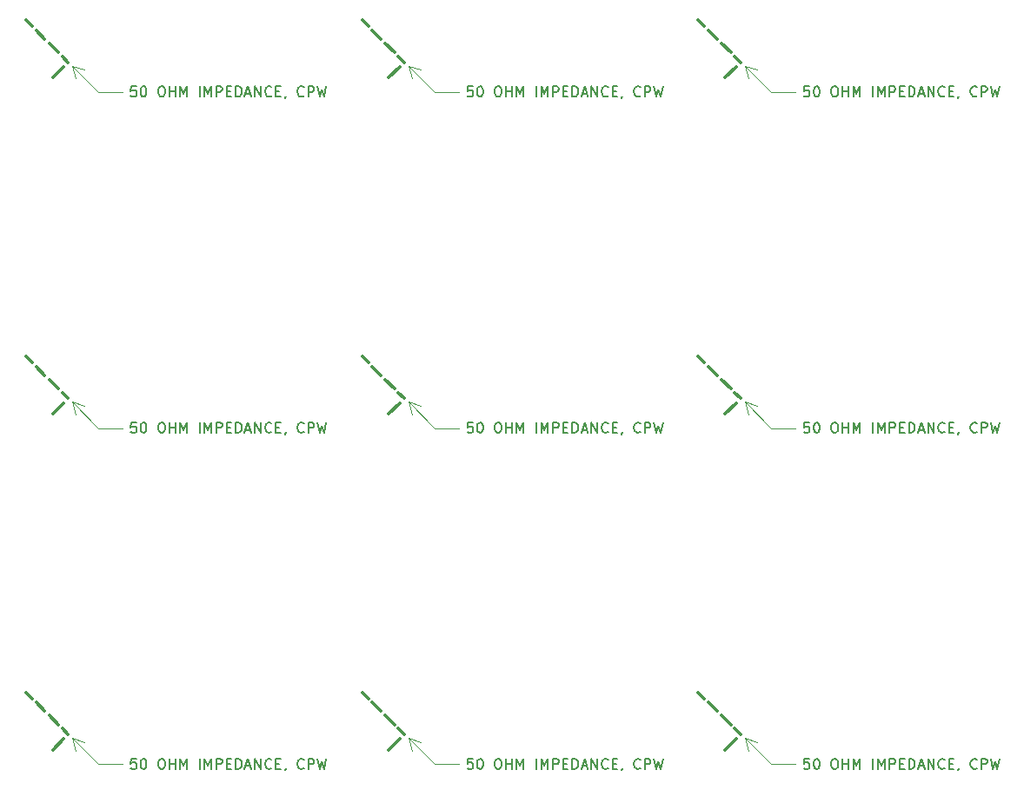
<source format=gbr>
%TF.GenerationSoftware,KiCad,Pcbnew,9.0.0-rc2-3baa6cd791~182~ubuntu24.04.1*%
%TF.CreationDate,2025-01-31T11:47:19-05:00*%
%TF.ProjectId,PCA20073_nRF54L15_Tiny_Board,50434132-3030-4373-935f-6e524635344c,rev?*%
%TF.SameCoordinates,Original*%
%TF.FileFunction,Other,User*%
%FSLAX45Y45*%
G04 Gerber Fmt 4.5, Leading zero omitted, Abs format (unit mm)*
G04 Created by KiCad (PCBNEW 9.0.0-rc2-3baa6cd791~182~ubuntu24.04.1) date 2025-01-31 11:47:19*
%MOMM*%
%LPD*%
G01*
G04 APERTURE LIST*
%ADD10C,0.300000*%
%ADD11C,0.150000*%
%ADD12C,0.100000*%
G04 APERTURE END LIST*
D10*
X12160611Y-5006924D02*
X12244756Y-5091069D01*
X15336489Y-4906515D02*
X15395886Y-4965912D01*
X12415876Y-11810522D02*
X12472445Y-11867091D01*
X18710358Y-5006924D02*
X18794504Y-5091069D01*
X18838345Y-8408370D02*
X18925319Y-8495344D01*
X15336489Y-8181388D02*
X15395886Y-8240785D01*
X12288597Y-5133496D02*
X12375571Y-5220470D01*
X15690750Y-5260775D02*
X15747319Y-5317344D01*
X18965624Y-11810522D02*
X19022192Y-11867091D01*
X15690750Y-8535649D02*
X15747319Y-8592217D01*
X18838345Y-5133496D02*
X18925319Y-5220470D01*
X15435484Y-8281797D02*
X15519630Y-8365943D01*
X15702771Y-5361891D02*
X15597412Y-5467250D01*
X12415876Y-5260775D02*
X12472445Y-5317344D01*
X12160611Y-11556671D02*
X12244756Y-11640817D01*
X15563471Y-5133496D02*
X15650445Y-5220470D01*
X15336489Y-11456262D02*
X15395886Y-11515659D01*
X18611363Y-11456262D02*
X18670760Y-11515659D01*
X18977645Y-5361891D02*
X18872286Y-5467250D01*
X18977645Y-11911639D02*
X18872286Y-12016998D01*
X12415876Y-8535649D02*
X12472445Y-8592217D01*
X12061616Y-11456262D02*
X12121013Y-11515659D01*
X15690750Y-11810522D02*
X15747319Y-11867091D01*
X18977645Y-8636765D02*
X18872286Y-8742124D01*
X12427897Y-11911639D02*
X12322538Y-12016998D01*
X12427897Y-5361891D02*
X12322538Y-5467250D01*
X18710358Y-11556671D02*
X18794504Y-11640817D01*
X12061616Y-4906515D02*
X12121013Y-4965912D01*
X12427897Y-8636765D02*
X12322538Y-8742124D01*
X15702771Y-11911639D02*
X15597412Y-12016998D01*
X15435484Y-11556671D02*
X15519630Y-11640817D01*
X18965624Y-8535649D02*
X19022192Y-8592217D01*
X18838345Y-11683243D02*
X18925319Y-11770217D01*
X15563471Y-11683243D02*
X15650445Y-11770217D01*
X18611363Y-8181388D02*
X18670760Y-8240785D01*
X12061616Y-8181388D02*
X12121013Y-8240785D01*
X15435484Y-5006924D02*
X15519630Y-5091069D01*
X15702771Y-8636765D02*
X15597412Y-8742124D01*
X18710358Y-8281797D02*
X18794504Y-8365943D01*
X12160611Y-8281797D02*
X12244756Y-8365943D01*
X18965624Y-5260775D02*
X19022192Y-5317344D01*
X12288597Y-8408370D02*
X12375571Y-8495344D01*
X15563471Y-8408370D02*
X15650445Y-8495344D01*
X18611363Y-4906515D02*
X18670760Y-4965912D01*
X12288597Y-11683243D02*
X12375571Y-11770217D01*
D11*
X16412802Y-5553102D02*
X16365183Y-5553102D01*
X16365183Y-5553102D02*
X16360422Y-5600721D01*
X16360422Y-5600721D02*
X16365183Y-5595959D01*
X16365183Y-5595959D02*
X16374707Y-5591197D01*
X16374707Y-5591197D02*
X16398517Y-5591197D01*
X16398517Y-5591197D02*
X16408041Y-5595959D01*
X16408041Y-5595959D02*
X16412802Y-5600721D01*
X16412802Y-5600721D02*
X16417564Y-5610245D01*
X16417564Y-5610245D02*
X16417564Y-5634054D01*
X16417564Y-5634054D02*
X16412802Y-5643578D01*
X16412802Y-5643578D02*
X16408041Y-5648340D01*
X16408041Y-5648340D02*
X16398517Y-5653102D01*
X16398517Y-5653102D02*
X16374707Y-5653102D01*
X16374707Y-5653102D02*
X16365183Y-5648340D01*
X16365183Y-5648340D02*
X16360422Y-5643578D01*
X16479469Y-5553102D02*
X16488993Y-5553102D01*
X16488993Y-5553102D02*
X16498517Y-5557864D01*
X16498517Y-5557864D02*
X16503279Y-5562626D01*
X16503279Y-5562626D02*
X16508041Y-5572150D01*
X16508041Y-5572150D02*
X16512802Y-5591197D01*
X16512802Y-5591197D02*
X16512802Y-5615007D01*
X16512802Y-5615007D02*
X16508041Y-5634054D01*
X16508041Y-5634054D02*
X16503279Y-5643578D01*
X16503279Y-5643578D02*
X16498517Y-5648340D01*
X16498517Y-5648340D02*
X16488993Y-5653102D01*
X16488993Y-5653102D02*
X16479469Y-5653102D01*
X16479469Y-5653102D02*
X16469945Y-5648340D01*
X16469945Y-5648340D02*
X16465183Y-5643578D01*
X16465183Y-5643578D02*
X16460422Y-5634054D01*
X16460422Y-5634054D02*
X16455660Y-5615007D01*
X16455660Y-5615007D02*
X16455660Y-5591197D01*
X16455660Y-5591197D02*
X16460422Y-5572150D01*
X16460422Y-5572150D02*
X16465183Y-5562626D01*
X16465183Y-5562626D02*
X16469945Y-5557864D01*
X16469945Y-5557864D02*
X16479469Y-5553102D01*
X16650898Y-5553102D02*
X16669945Y-5553102D01*
X16669945Y-5553102D02*
X16679469Y-5557864D01*
X16679469Y-5557864D02*
X16688993Y-5567388D01*
X16688993Y-5567388D02*
X16693755Y-5586435D01*
X16693755Y-5586435D02*
X16693755Y-5619769D01*
X16693755Y-5619769D02*
X16688993Y-5638816D01*
X16688993Y-5638816D02*
X16679469Y-5648340D01*
X16679469Y-5648340D02*
X16669945Y-5653102D01*
X16669945Y-5653102D02*
X16650898Y-5653102D01*
X16650898Y-5653102D02*
X16641374Y-5648340D01*
X16641374Y-5648340D02*
X16631850Y-5638816D01*
X16631850Y-5638816D02*
X16627088Y-5619769D01*
X16627088Y-5619769D02*
X16627088Y-5586435D01*
X16627088Y-5586435D02*
X16631850Y-5567388D01*
X16631850Y-5567388D02*
X16641374Y-5557864D01*
X16641374Y-5557864D02*
X16650898Y-5553102D01*
X16736612Y-5653102D02*
X16736612Y-5553102D01*
X16736612Y-5600721D02*
X16793755Y-5600721D01*
X16793755Y-5653102D02*
X16793755Y-5553102D01*
X16841374Y-5653102D02*
X16841374Y-5553102D01*
X16841374Y-5553102D02*
X16874707Y-5624531D01*
X16874707Y-5624531D02*
X16908041Y-5553102D01*
X16908041Y-5553102D02*
X16908041Y-5653102D01*
X17031850Y-5653102D02*
X17031850Y-5553102D01*
X17079469Y-5653102D02*
X17079469Y-5553102D01*
X17079469Y-5553102D02*
X17112803Y-5624531D01*
X17112803Y-5624531D02*
X17146136Y-5553102D01*
X17146136Y-5553102D02*
X17146136Y-5653102D01*
X17193755Y-5653102D02*
X17193755Y-5553102D01*
X17193755Y-5553102D02*
X17231850Y-5553102D01*
X17231850Y-5553102D02*
X17241374Y-5557864D01*
X17241374Y-5557864D02*
X17246136Y-5562626D01*
X17246136Y-5562626D02*
X17250898Y-5572150D01*
X17250898Y-5572150D02*
X17250898Y-5586435D01*
X17250898Y-5586435D02*
X17246136Y-5595959D01*
X17246136Y-5595959D02*
X17241374Y-5600721D01*
X17241374Y-5600721D02*
X17231850Y-5605483D01*
X17231850Y-5605483D02*
X17193755Y-5605483D01*
X17293755Y-5600721D02*
X17327088Y-5600721D01*
X17341374Y-5653102D02*
X17293755Y-5653102D01*
X17293755Y-5653102D02*
X17293755Y-5553102D01*
X17293755Y-5553102D02*
X17341374Y-5553102D01*
X17384231Y-5653102D02*
X17384231Y-5553102D01*
X17384231Y-5553102D02*
X17408041Y-5553102D01*
X17408041Y-5553102D02*
X17422326Y-5557864D01*
X17422326Y-5557864D02*
X17431850Y-5567388D01*
X17431850Y-5567388D02*
X17436612Y-5576912D01*
X17436612Y-5576912D02*
X17441374Y-5595959D01*
X17441374Y-5595959D02*
X17441374Y-5610245D01*
X17441374Y-5610245D02*
X17436612Y-5629292D01*
X17436612Y-5629292D02*
X17431850Y-5638816D01*
X17431850Y-5638816D02*
X17422326Y-5648340D01*
X17422326Y-5648340D02*
X17408041Y-5653102D01*
X17408041Y-5653102D02*
X17384231Y-5653102D01*
X17479469Y-5624531D02*
X17527088Y-5624531D01*
X17469945Y-5653102D02*
X17503279Y-5553102D01*
X17503279Y-5553102D02*
X17536612Y-5653102D01*
X17569945Y-5653102D02*
X17569945Y-5553102D01*
X17569945Y-5553102D02*
X17627088Y-5653102D01*
X17627088Y-5653102D02*
X17627088Y-5553102D01*
X17731850Y-5643578D02*
X17727088Y-5648340D01*
X17727088Y-5648340D02*
X17712803Y-5653102D01*
X17712803Y-5653102D02*
X17703279Y-5653102D01*
X17703279Y-5653102D02*
X17688993Y-5648340D01*
X17688993Y-5648340D02*
X17679469Y-5638816D01*
X17679469Y-5638816D02*
X17674707Y-5629292D01*
X17674707Y-5629292D02*
X17669945Y-5610245D01*
X17669945Y-5610245D02*
X17669945Y-5595959D01*
X17669945Y-5595959D02*
X17674707Y-5576912D01*
X17674707Y-5576912D02*
X17679469Y-5567388D01*
X17679469Y-5567388D02*
X17688993Y-5557864D01*
X17688993Y-5557864D02*
X17703279Y-5553102D01*
X17703279Y-5553102D02*
X17712803Y-5553102D01*
X17712803Y-5553102D02*
X17727088Y-5557864D01*
X17727088Y-5557864D02*
X17731850Y-5562626D01*
X17774707Y-5600721D02*
X17808041Y-5600721D01*
X17822326Y-5653102D02*
X17774707Y-5653102D01*
X17774707Y-5653102D02*
X17774707Y-5553102D01*
X17774707Y-5553102D02*
X17822326Y-5553102D01*
X17869945Y-5648340D02*
X17869945Y-5653102D01*
X17869945Y-5653102D02*
X17865184Y-5662626D01*
X17865184Y-5662626D02*
X17860422Y-5667388D01*
X18046136Y-5643578D02*
X18041374Y-5648340D01*
X18041374Y-5648340D02*
X18027088Y-5653102D01*
X18027088Y-5653102D02*
X18017564Y-5653102D01*
X18017564Y-5653102D02*
X18003279Y-5648340D01*
X18003279Y-5648340D02*
X17993755Y-5638816D01*
X17993755Y-5638816D02*
X17988993Y-5629292D01*
X17988993Y-5629292D02*
X17984231Y-5610245D01*
X17984231Y-5610245D02*
X17984231Y-5595959D01*
X17984231Y-5595959D02*
X17988993Y-5576912D01*
X17988993Y-5576912D02*
X17993755Y-5567388D01*
X17993755Y-5567388D02*
X18003279Y-5557864D01*
X18003279Y-5557864D02*
X18017564Y-5553102D01*
X18017564Y-5553102D02*
X18027088Y-5553102D01*
X18027088Y-5553102D02*
X18041374Y-5557864D01*
X18041374Y-5557864D02*
X18046136Y-5562626D01*
X18088993Y-5653102D02*
X18088993Y-5553102D01*
X18088993Y-5553102D02*
X18127088Y-5553102D01*
X18127088Y-5553102D02*
X18136612Y-5557864D01*
X18136612Y-5557864D02*
X18141374Y-5562626D01*
X18141374Y-5562626D02*
X18146136Y-5572150D01*
X18146136Y-5572150D02*
X18146136Y-5586435D01*
X18146136Y-5586435D02*
X18141374Y-5595959D01*
X18141374Y-5595959D02*
X18136612Y-5600721D01*
X18136612Y-5600721D02*
X18127088Y-5605483D01*
X18127088Y-5605483D02*
X18088993Y-5605483D01*
X18179469Y-5553102D02*
X18203279Y-5653102D01*
X18203279Y-5653102D02*
X18222326Y-5581674D01*
X18222326Y-5581674D02*
X18241374Y-5653102D01*
X18241374Y-5653102D02*
X18265184Y-5553102D01*
D12*
X15785500Y-5352699D02*
X16040422Y-5607620D01*
X15785500Y-5352699D02*
X15906622Y-5390888D01*
X15785500Y-5352699D02*
X15823690Y-5473821D01*
X16040422Y-5607620D02*
X16278874Y-5607620D01*
X15785500Y-5352699D02*
X16040422Y-5607620D01*
X15785500Y-5352699D02*
X15906622Y-5390888D01*
X15785500Y-5352699D02*
X15823690Y-5473821D01*
X16040422Y-5607620D02*
X16278874Y-5607620D01*
D11*
X16412802Y-8827972D02*
X16365183Y-8827972D01*
X16365183Y-8827972D02*
X16360422Y-8875591D01*
X16360422Y-8875591D02*
X16365183Y-8870829D01*
X16365183Y-8870829D02*
X16374707Y-8866067D01*
X16374707Y-8866067D02*
X16398517Y-8866067D01*
X16398517Y-8866067D02*
X16408041Y-8870829D01*
X16408041Y-8870829D02*
X16412802Y-8875591D01*
X16412802Y-8875591D02*
X16417564Y-8885115D01*
X16417564Y-8885115D02*
X16417564Y-8908924D01*
X16417564Y-8908924D02*
X16412802Y-8918448D01*
X16412802Y-8918448D02*
X16408041Y-8923210D01*
X16408041Y-8923210D02*
X16398517Y-8927972D01*
X16398517Y-8927972D02*
X16374707Y-8927972D01*
X16374707Y-8927972D02*
X16365183Y-8923210D01*
X16365183Y-8923210D02*
X16360422Y-8918448D01*
X16479469Y-8827972D02*
X16488993Y-8827972D01*
X16488993Y-8827972D02*
X16498517Y-8832734D01*
X16498517Y-8832734D02*
X16503279Y-8837496D01*
X16503279Y-8837496D02*
X16508041Y-8847020D01*
X16508041Y-8847020D02*
X16512802Y-8866067D01*
X16512802Y-8866067D02*
X16512802Y-8889877D01*
X16512802Y-8889877D02*
X16508041Y-8908924D01*
X16508041Y-8908924D02*
X16503279Y-8918448D01*
X16503279Y-8918448D02*
X16498517Y-8923210D01*
X16498517Y-8923210D02*
X16488993Y-8927972D01*
X16488993Y-8927972D02*
X16479469Y-8927972D01*
X16479469Y-8927972D02*
X16469945Y-8923210D01*
X16469945Y-8923210D02*
X16465183Y-8918448D01*
X16465183Y-8918448D02*
X16460422Y-8908924D01*
X16460422Y-8908924D02*
X16455660Y-8889877D01*
X16455660Y-8889877D02*
X16455660Y-8866067D01*
X16455660Y-8866067D02*
X16460422Y-8847020D01*
X16460422Y-8847020D02*
X16465183Y-8837496D01*
X16465183Y-8837496D02*
X16469945Y-8832734D01*
X16469945Y-8832734D02*
X16479469Y-8827972D01*
X16650898Y-8827972D02*
X16669945Y-8827972D01*
X16669945Y-8827972D02*
X16679469Y-8832734D01*
X16679469Y-8832734D02*
X16688993Y-8842258D01*
X16688993Y-8842258D02*
X16693755Y-8861305D01*
X16693755Y-8861305D02*
X16693755Y-8894639D01*
X16693755Y-8894639D02*
X16688993Y-8913686D01*
X16688993Y-8913686D02*
X16679469Y-8923210D01*
X16679469Y-8923210D02*
X16669945Y-8927972D01*
X16669945Y-8927972D02*
X16650898Y-8927972D01*
X16650898Y-8927972D02*
X16641374Y-8923210D01*
X16641374Y-8923210D02*
X16631850Y-8913686D01*
X16631850Y-8913686D02*
X16627088Y-8894639D01*
X16627088Y-8894639D02*
X16627088Y-8861305D01*
X16627088Y-8861305D02*
X16631850Y-8842258D01*
X16631850Y-8842258D02*
X16641374Y-8832734D01*
X16641374Y-8832734D02*
X16650898Y-8827972D01*
X16736612Y-8927972D02*
X16736612Y-8827972D01*
X16736612Y-8875591D02*
X16793755Y-8875591D01*
X16793755Y-8927972D02*
X16793755Y-8827972D01*
X16841374Y-8927972D02*
X16841374Y-8827972D01*
X16841374Y-8827972D02*
X16874707Y-8899401D01*
X16874707Y-8899401D02*
X16908041Y-8827972D01*
X16908041Y-8827972D02*
X16908041Y-8927972D01*
X17031850Y-8927972D02*
X17031850Y-8827972D01*
X17079469Y-8927972D02*
X17079469Y-8827972D01*
X17079469Y-8827972D02*
X17112803Y-8899401D01*
X17112803Y-8899401D02*
X17146136Y-8827972D01*
X17146136Y-8827972D02*
X17146136Y-8927972D01*
X17193755Y-8927972D02*
X17193755Y-8827972D01*
X17193755Y-8827972D02*
X17231850Y-8827972D01*
X17231850Y-8827972D02*
X17241374Y-8832734D01*
X17241374Y-8832734D02*
X17246136Y-8837496D01*
X17246136Y-8837496D02*
X17250898Y-8847020D01*
X17250898Y-8847020D02*
X17250898Y-8861305D01*
X17250898Y-8861305D02*
X17246136Y-8870829D01*
X17246136Y-8870829D02*
X17241374Y-8875591D01*
X17241374Y-8875591D02*
X17231850Y-8880353D01*
X17231850Y-8880353D02*
X17193755Y-8880353D01*
X17293755Y-8875591D02*
X17327088Y-8875591D01*
X17341374Y-8927972D02*
X17293755Y-8927972D01*
X17293755Y-8927972D02*
X17293755Y-8827972D01*
X17293755Y-8827972D02*
X17341374Y-8827972D01*
X17384231Y-8927972D02*
X17384231Y-8827972D01*
X17384231Y-8827972D02*
X17408041Y-8827972D01*
X17408041Y-8827972D02*
X17422326Y-8832734D01*
X17422326Y-8832734D02*
X17431850Y-8842258D01*
X17431850Y-8842258D02*
X17436612Y-8851782D01*
X17436612Y-8851782D02*
X17441374Y-8870829D01*
X17441374Y-8870829D02*
X17441374Y-8885115D01*
X17441374Y-8885115D02*
X17436612Y-8904163D01*
X17436612Y-8904163D02*
X17431850Y-8913686D01*
X17431850Y-8913686D02*
X17422326Y-8923210D01*
X17422326Y-8923210D02*
X17408041Y-8927972D01*
X17408041Y-8927972D02*
X17384231Y-8927972D01*
X17479469Y-8899401D02*
X17527088Y-8899401D01*
X17469945Y-8927972D02*
X17503279Y-8827972D01*
X17503279Y-8827972D02*
X17536612Y-8927972D01*
X17569945Y-8927972D02*
X17569945Y-8827972D01*
X17569945Y-8827972D02*
X17627088Y-8927972D01*
X17627088Y-8927972D02*
X17627088Y-8827972D01*
X17731850Y-8918448D02*
X17727088Y-8923210D01*
X17727088Y-8923210D02*
X17712803Y-8927972D01*
X17712803Y-8927972D02*
X17703279Y-8927972D01*
X17703279Y-8927972D02*
X17688993Y-8923210D01*
X17688993Y-8923210D02*
X17679469Y-8913686D01*
X17679469Y-8913686D02*
X17674707Y-8904163D01*
X17674707Y-8904163D02*
X17669945Y-8885115D01*
X17669945Y-8885115D02*
X17669945Y-8870829D01*
X17669945Y-8870829D02*
X17674707Y-8851782D01*
X17674707Y-8851782D02*
X17679469Y-8842258D01*
X17679469Y-8842258D02*
X17688993Y-8832734D01*
X17688993Y-8832734D02*
X17703279Y-8827972D01*
X17703279Y-8827972D02*
X17712803Y-8827972D01*
X17712803Y-8827972D02*
X17727088Y-8832734D01*
X17727088Y-8832734D02*
X17731850Y-8837496D01*
X17774707Y-8875591D02*
X17808041Y-8875591D01*
X17822326Y-8927972D02*
X17774707Y-8927972D01*
X17774707Y-8927972D02*
X17774707Y-8827972D01*
X17774707Y-8827972D02*
X17822326Y-8827972D01*
X17869945Y-8923210D02*
X17869945Y-8927972D01*
X17869945Y-8927972D02*
X17865184Y-8937496D01*
X17865184Y-8937496D02*
X17860422Y-8942258D01*
X18046136Y-8918448D02*
X18041374Y-8923210D01*
X18041374Y-8923210D02*
X18027088Y-8927972D01*
X18027088Y-8927972D02*
X18017564Y-8927972D01*
X18017564Y-8927972D02*
X18003279Y-8923210D01*
X18003279Y-8923210D02*
X17993755Y-8913686D01*
X17993755Y-8913686D02*
X17988993Y-8904163D01*
X17988993Y-8904163D02*
X17984231Y-8885115D01*
X17984231Y-8885115D02*
X17984231Y-8870829D01*
X17984231Y-8870829D02*
X17988993Y-8851782D01*
X17988993Y-8851782D02*
X17993755Y-8842258D01*
X17993755Y-8842258D02*
X18003279Y-8832734D01*
X18003279Y-8832734D02*
X18017564Y-8827972D01*
X18017564Y-8827972D02*
X18027088Y-8827972D01*
X18027088Y-8827972D02*
X18041374Y-8832734D01*
X18041374Y-8832734D02*
X18046136Y-8837496D01*
X18088993Y-8927972D02*
X18088993Y-8827972D01*
X18088993Y-8827972D02*
X18127088Y-8827972D01*
X18127088Y-8827972D02*
X18136612Y-8832734D01*
X18136612Y-8832734D02*
X18141374Y-8837496D01*
X18141374Y-8837496D02*
X18146136Y-8847020D01*
X18146136Y-8847020D02*
X18146136Y-8861305D01*
X18146136Y-8861305D02*
X18141374Y-8870829D01*
X18141374Y-8870829D02*
X18136612Y-8875591D01*
X18136612Y-8875591D02*
X18127088Y-8880353D01*
X18127088Y-8880353D02*
X18088993Y-8880353D01*
X18179469Y-8827972D02*
X18203279Y-8927972D01*
X18203279Y-8927972D02*
X18222326Y-8856544D01*
X18222326Y-8856544D02*
X18241374Y-8927972D01*
X18241374Y-8927972D02*
X18265184Y-8827972D01*
D12*
X15785500Y-8627569D02*
X16040422Y-8882490D01*
X15785500Y-8627569D02*
X15906622Y-8665758D01*
X15785500Y-8627569D02*
X15823690Y-8748691D01*
X16040422Y-8882490D02*
X16278874Y-8882490D01*
X15785500Y-8627569D02*
X16040422Y-8882490D01*
X15785500Y-8627569D02*
X15906622Y-8665758D01*
X15785500Y-8627569D02*
X15823690Y-8748691D01*
X16040422Y-8882490D02*
X16278874Y-8882490D01*
D11*
X19690503Y-12102842D02*
X19642884Y-12102842D01*
X19642884Y-12102842D02*
X19638122Y-12150461D01*
X19638122Y-12150461D02*
X19642884Y-12145699D01*
X19642884Y-12145699D02*
X19652407Y-12140937D01*
X19652407Y-12140937D02*
X19676217Y-12140937D01*
X19676217Y-12140937D02*
X19685741Y-12145699D01*
X19685741Y-12145699D02*
X19690503Y-12150461D01*
X19690503Y-12150461D02*
X19695264Y-12159985D01*
X19695264Y-12159985D02*
X19695264Y-12183794D01*
X19695264Y-12183794D02*
X19690503Y-12193318D01*
X19690503Y-12193318D02*
X19685741Y-12198080D01*
X19685741Y-12198080D02*
X19676217Y-12202842D01*
X19676217Y-12202842D02*
X19652407Y-12202842D01*
X19652407Y-12202842D02*
X19642884Y-12198080D01*
X19642884Y-12198080D02*
X19638122Y-12193318D01*
X19757169Y-12102842D02*
X19766693Y-12102842D01*
X19766693Y-12102842D02*
X19776217Y-12107604D01*
X19776217Y-12107604D02*
X19780979Y-12112366D01*
X19780979Y-12112366D02*
X19785741Y-12121890D01*
X19785741Y-12121890D02*
X19790503Y-12140937D01*
X19790503Y-12140937D02*
X19790503Y-12164747D01*
X19790503Y-12164747D02*
X19785741Y-12183794D01*
X19785741Y-12183794D02*
X19780979Y-12193318D01*
X19780979Y-12193318D02*
X19776217Y-12198080D01*
X19776217Y-12198080D02*
X19766693Y-12202842D01*
X19766693Y-12202842D02*
X19757169Y-12202842D01*
X19757169Y-12202842D02*
X19747645Y-12198080D01*
X19747645Y-12198080D02*
X19742884Y-12193318D01*
X19742884Y-12193318D02*
X19738122Y-12183794D01*
X19738122Y-12183794D02*
X19733360Y-12164747D01*
X19733360Y-12164747D02*
X19733360Y-12140937D01*
X19733360Y-12140937D02*
X19738122Y-12121890D01*
X19738122Y-12121890D02*
X19742884Y-12112366D01*
X19742884Y-12112366D02*
X19747645Y-12107604D01*
X19747645Y-12107604D02*
X19757169Y-12102842D01*
X19928598Y-12102842D02*
X19947645Y-12102842D01*
X19947645Y-12102842D02*
X19957169Y-12107604D01*
X19957169Y-12107604D02*
X19966693Y-12117128D01*
X19966693Y-12117128D02*
X19971455Y-12136175D01*
X19971455Y-12136175D02*
X19971455Y-12169509D01*
X19971455Y-12169509D02*
X19966693Y-12188556D01*
X19966693Y-12188556D02*
X19957169Y-12198080D01*
X19957169Y-12198080D02*
X19947645Y-12202842D01*
X19947645Y-12202842D02*
X19928598Y-12202842D01*
X19928598Y-12202842D02*
X19919074Y-12198080D01*
X19919074Y-12198080D02*
X19909550Y-12188556D01*
X19909550Y-12188556D02*
X19904788Y-12169509D01*
X19904788Y-12169509D02*
X19904788Y-12136175D01*
X19904788Y-12136175D02*
X19909550Y-12117128D01*
X19909550Y-12117128D02*
X19919074Y-12107604D01*
X19919074Y-12107604D02*
X19928598Y-12102842D01*
X20014312Y-12202842D02*
X20014312Y-12102842D01*
X20014312Y-12150461D02*
X20071455Y-12150461D01*
X20071455Y-12202842D02*
X20071455Y-12102842D01*
X20119074Y-12202842D02*
X20119074Y-12102842D01*
X20119074Y-12102842D02*
X20152407Y-12174271D01*
X20152407Y-12174271D02*
X20185741Y-12102842D01*
X20185741Y-12102842D02*
X20185741Y-12202842D01*
X20309550Y-12202842D02*
X20309550Y-12102842D01*
X20357169Y-12202842D02*
X20357169Y-12102842D01*
X20357169Y-12102842D02*
X20390503Y-12174271D01*
X20390503Y-12174271D02*
X20423836Y-12102842D01*
X20423836Y-12102842D02*
X20423836Y-12202842D01*
X20471455Y-12202842D02*
X20471455Y-12102842D01*
X20471455Y-12102842D02*
X20509550Y-12102842D01*
X20509550Y-12102842D02*
X20519074Y-12107604D01*
X20519074Y-12107604D02*
X20523836Y-12112366D01*
X20523836Y-12112366D02*
X20528598Y-12121890D01*
X20528598Y-12121890D02*
X20528598Y-12136175D01*
X20528598Y-12136175D02*
X20523836Y-12145699D01*
X20523836Y-12145699D02*
X20519074Y-12150461D01*
X20519074Y-12150461D02*
X20509550Y-12155223D01*
X20509550Y-12155223D02*
X20471455Y-12155223D01*
X20571455Y-12150461D02*
X20604788Y-12150461D01*
X20619074Y-12202842D02*
X20571455Y-12202842D01*
X20571455Y-12202842D02*
X20571455Y-12102842D01*
X20571455Y-12102842D02*
X20619074Y-12102842D01*
X20661931Y-12202842D02*
X20661931Y-12102842D01*
X20661931Y-12102842D02*
X20685741Y-12102842D01*
X20685741Y-12102842D02*
X20700026Y-12107604D01*
X20700026Y-12107604D02*
X20709550Y-12117128D01*
X20709550Y-12117128D02*
X20714312Y-12126652D01*
X20714312Y-12126652D02*
X20719074Y-12145699D01*
X20719074Y-12145699D02*
X20719074Y-12159985D01*
X20719074Y-12159985D02*
X20714312Y-12179032D01*
X20714312Y-12179032D02*
X20709550Y-12188556D01*
X20709550Y-12188556D02*
X20700026Y-12198080D01*
X20700026Y-12198080D02*
X20685741Y-12202842D01*
X20685741Y-12202842D02*
X20661931Y-12202842D01*
X20757169Y-12174271D02*
X20804788Y-12174271D01*
X20747645Y-12202842D02*
X20780979Y-12102842D01*
X20780979Y-12102842D02*
X20814312Y-12202842D01*
X20847645Y-12202842D02*
X20847645Y-12102842D01*
X20847645Y-12102842D02*
X20904788Y-12202842D01*
X20904788Y-12202842D02*
X20904788Y-12102842D01*
X21009550Y-12193318D02*
X21004788Y-12198080D01*
X21004788Y-12198080D02*
X20990503Y-12202842D01*
X20990503Y-12202842D02*
X20980979Y-12202842D01*
X20980979Y-12202842D02*
X20966693Y-12198080D01*
X20966693Y-12198080D02*
X20957169Y-12188556D01*
X20957169Y-12188556D02*
X20952407Y-12179032D01*
X20952407Y-12179032D02*
X20947645Y-12159985D01*
X20947645Y-12159985D02*
X20947645Y-12145699D01*
X20947645Y-12145699D02*
X20952407Y-12126652D01*
X20952407Y-12126652D02*
X20957169Y-12117128D01*
X20957169Y-12117128D02*
X20966693Y-12107604D01*
X20966693Y-12107604D02*
X20980979Y-12102842D01*
X20980979Y-12102842D02*
X20990503Y-12102842D01*
X20990503Y-12102842D02*
X21004788Y-12107604D01*
X21004788Y-12107604D02*
X21009550Y-12112366D01*
X21052407Y-12150461D02*
X21085741Y-12150461D01*
X21100026Y-12202842D02*
X21052407Y-12202842D01*
X21052407Y-12202842D02*
X21052407Y-12102842D01*
X21052407Y-12102842D02*
X21100026Y-12102842D01*
X21147645Y-12198080D02*
X21147645Y-12202842D01*
X21147645Y-12202842D02*
X21142884Y-12212366D01*
X21142884Y-12212366D02*
X21138122Y-12217128D01*
X21323836Y-12193318D02*
X21319074Y-12198080D01*
X21319074Y-12198080D02*
X21304788Y-12202842D01*
X21304788Y-12202842D02*
X21295264Y-12202842D01*
X21295264Y-12202842D02*
X21280979Y-12198080D01*
X21280979Y-12198080D02*
X21271455Y-12188556D01*
X21271455Y-12188556D02*
X21266693Y-12179032D01*
X21266693Y-12179032D02*
X21261931Y-12159985D01*
X21261931Y-12159985D02*
X21261931Y-12145699D01*
X21261931Y-12145699D02*
X21266693Y-12126652D01*
X21266693Y-12126652D02*
X21271455Y-12117128D01*
X21271455Y-12117128D02*
X21280979Y-12107604D01*
X21280979Y-12107604D02*
X21295264Y-12102842D01*
X21295264Y-12102842D02*
X21304788Y-12102842D01*
X21304788Y-12102842D02*
X21319074Y-12107604D01*
X21319074Y-12107604D02*
X21323836Y-12112366D01*
X21366693Y-12202842D02*
X21366693Y-12102842D01*
X21366693Y-12102842D02*
X21404788Y-12102842D01*
X21404788Y-12102842D02*
X21414312Y-12107604D01*
X21414312Y-12107604D02*
X21419074Y-12112366D01*
X21419074Y-12112366D02*
X21423836Y-12121890D01*
X21423836Y-12121890D02*
X21423836Y-12136175D01*
X21423836Y-12136175D02*
X21419074Y-12145699D01*
X21419074Y-12145699D02*
X21414312Y-12150461D01*
X21414312Y-12150461D02*
X21404788Y-12155223D01*
X21404788Y-12155223D02*
X21366693Y-12155223D01*
X21457169Y-12102842D02*
X21480979Y-12202842D01*
X21480979Y-12202842D02*
X21500026Y-12131413D01*
X21500026Y-12131413D02*
X21519074Y-12202842D01*
X21519074Y-12202842D02*
X21542884Y-12102842D01*
D12*
X19063200Y-11902439D02*
X19318122Y-12157360D01*
X19063200Y-11902439D02*
X19184322Y-11940628D01*
X19063200Y-11902439D02*
X19101390Y-12023561D01*
X19318122Y-12157360D02*
X19556574Y-12157360D01*
X19063200Y-11902439D02*
X19318122Y-12157360D01*
X19063200Y-11902439D02*
X19184322Y-11940628D01*
X19063200Y-11902439D02*
X19101390Y-12023561D01*
X19318122Y-12157360D02*
X19556574Y-12157360D01*
D11*
X19690503Y-5553102D02*
X19642884Y-5553102D01*
X19642884Y-5553102D02*
X19638122Y-5600721D01*
X19638122Y-5600721D02*
X19642884Y-5595959D01*
X19642884Y-5595959D02*
X19652407Y-5591197D01*
X19652407Y-5591197D02*
X19676217Y-5591197D01*
X19676217Y-5591197D02*
X19685741Y-5595959D01*
X19685741Y-5595959D02*
X19690503Y-5600721D01*
X19690503Y-5600721D02*
X19695264Y-5610245D01*
X19695264Y-5610245D02*
X19695264Y-5634054D01*
X19695264Y-5634054D02*
X19690503Y-5643578D01*
X19690503Y-5643578D02*
X19685741Y-5648340D01*
X19685741Y-5648340D02*
X19676217Y-5653102D01*
X19676217Y-5653102D02*
X19652407Y-5653102D01*
X19652407Y-5653102D02*
X19642884Y-5648340D01*
X19642884Y-5648340D02*
X19638122Y-5643578D01*
X19757169Y-5553102D02*
X19766693Y-5553102D01*
X19766693Y-5553102D02*
X19776217Y-5557864D01*
X19776217Y-5557864D02*
X19780979Y-5562626D01*
X19780979Y-5562626D02*
X19785741Y-5572150D01*
X19785741Y-5572150D02*
X19790503Y-5591197D01*
X19790503Y-5591197D02*
X19790503Y-5615007D01*
X19790503Y-5615007D02*
X19785741Y-5634054D01*
X19785741Y-5634054D02*
X19780979Y-5643578D01*
X19780979Y-5643578D02*
X19776217Y-5648340D01*
X19776217Y-5648340D02*
X19766693Y-5653102D01*
X19766693Y-5653102D02*
X19757169Y-5653102D01*
X19757169Y-5653102D02*
X19747645Y-5648340D01*
X19747645Y-5648340D02*
X19742884Y-5643578D01*
X19742884Y-5643578D02*
X19738122Y-5634054D01*
X19738122Y-5634054D02*
X19733360Y-5615007D01*
X19733360Y-5615007D02*
X19733360Y-5591197D01*
X19733360Y-5591197D02*
X19738122Y-5572150D01*
X19738122Y-5572150D02*
X19742884Y-5562626D01*
X19742884Y-5562626D02*
X19747645Y-5557864D01*
X19747645Y-5557864D02*
X19757169Y-5553102D01*
X19928598Y-5553102D02*
X19947645Y-5553102D01*
X19947645Y-5553102D02*
X19957169Y-5557864D01*
X19957169Y-5557864D02*
X19966693Y-5567388D01*
X19966693Y-5567388D02*
X19971455Y-5586435D01*
X19971455Y-5586435D02*
X19971455Y-5619769D01*
X19971455Y-5619769D02*
X19966693Y-5638816D01*
X19966693Y-5638816D02*
X19957169Y-5648340D01*
X19957169Y-5648340D02*
X19947645Y-5653102D01*
X19947645Y-5653102D02*
X19928598Y-5653102D01*
X19928598Y-5653102D02*
X19919074Y-5648340D01*
X19919074Y-5648340D02*
X19909550Y-5638816D01*
X19909550Y-5638816D02*
X19904788Y-5619769D01*
X19904788Y-5619769D02*
X19904788Y-5586435D01*
X19904788Y-5586435D02*
X19909550Y-5567388D01*
X19909550Y-5567388D02*
X19919074Y-5557864D01*
X19919074Y-5557864D02*
X19928598Y-5553102D01*
X20014312Y-5653102D02*
X20014312Y-5553102D01*
X20014312Y-5600721D02*
X20071455Y-5600721D01*
X20071455Y-5653102D02*
X20071455Y-5553102D01*
X20119074Y-5653102D02*
X20119074Y-5553102D01*
X20119074Y-5553102D02*
X20152407Y-5624531D01*
X20152407Y-5624531D02*
X20185741Y-5553102D01*
X20185741Y-5553102D02*
X20185741Y-5653102D01*
X20309550Y-5653102D02*
X20309550Y-5553102D01*
X20357169Y-5653102D02*
X20357169Y-5553102D01*
X20357169Y-5553102D02*
X20390503Y-5624531D01*
X20390503Y-5624531D02*
X20423836Y-5553102D01*
X20423836Y-5553102D02*
X20423836Y-5653102D01*
X20471455Y-5653102D02*
X20471455Y-5553102D01*
X20471455Y-5553102D02*
X20509550Y-5553102D01*
X20509550Y-5553102D02*
X20519074Y-5557864D01*
X20519074Y-5557864D02*
X20523836Y-5562626D01*
X20523836Y-5562626D02*
X20528598Y-5572150D01*
X20528598Y-5572150D02*
X20528598Y-5586435D01*
X20528598Y-5586435D02*
X20523836Y-5595959D01*
X20523836Y-5595959D02*
X20519074Y-5600721D01*
X20519074Y-5600721D02*
X20509550Y-5605483D01*
X20509550Y-5605483D02*
X20471455Y-5605483D01*
X20571455Y-5600721D02*
X20604788Y-5600721D01*
X20619074Y-5653102D02*
X20571455Y-5653102D01*
X20571455Y-5653102D02*
X20571455Y-5553102D01*
X20571455Y-5553102D02*
X20619074Y-5553102D01*
X20661931Y-5653102D02*
X20661931Y-5553102D01*
X20661931Y-5553102D02*
X20685741Y-5553102D01*
X20685741Y-5553102D02*
X20700026Y-5557864D01*
X20700026Y-5557864D02*
X20709550Y-5567388D01*
X20709550Y-5567388D02*
X20714312Y-5576912D01*
X20714312Y-5576912D02*
X20719074Y-5595959D01*
X20719074Y-5595959D02*
X20719074Y-5610245D01*
X20719074Y-5610245D02*
X20714312Y-5629292D01*
X20714312Y-5629292D02*
X20709550Y-5638816D01*
X20709550Y-5638816D02*
X20700026Y-5648340D01*
X20700026Y-5648340D02*
X20685741Y-5653102D01*
X20685741Y-5653102D02*
X20661931Y-5653102D01*
X20757169Y-5624531D02*
X20804788Y-5624531D01*
X20747645Y-5653102D02*
X20780979Y-5553102D01*
X20780979Y-5553102D02*
X20814312Y-5653102D01*
X20847645Y-5653102D02*
X20847645Y-5553102D01*
X20847645Y-5553102D02*
X20904788Y-5653102D01*
X20904788Y-5653102D02*
X20904788Y-5553102D01*
X21009550Y-5643578D02*
X21004788Y-5648340D01*
X21004788Y-5648340D02*
X20990503Y-5653102D01*
X20990503Y-5653102D02*
X20980979Y-5653102D01*
X20980979Y-5653102D02*
X20966693Y-5648340D01*
X20966693Y-5648340D02*
X20957169Y-5638816D01*
X20957169Y-5638816D02*
X20952407Y-5629292D01*
X20952407Y-5629292D02*
X20947645Y-5610245D01*
X20947645Y-5610245D02*
X20947645Y-5595959D01*
X20947645Y-5595959D02*
X20952407Y-5576912D01*
X20952407Y-5576912D02*
X20957169Y-5567388D01*
X20957169Y-5567388D02*
X20966693Y-5557864D01*
X20966693Y-5557864D02*
X20980979Y-5553102D01*
X20980979Y-5553102D02*
X20990503Y-5553102D01*
X20990503Y-5553102D02*
X21004788Y-5557864D01*
X21004788Y-5557864D02*
X21009550Y-5562626D01*
X21052407Y-5600721D02*
X21085741Y-5600721D01*
X21100026Y-5653102D02*
X21052407Y-5653102D01*
X21052407Y-5653102D02*
X21052407Y-5553102D01*
X21052407Y-5553102D02*
X21100026Y-5553102D01*
X21147645Y-5648340D02*
X21147645Y-5653102D01*
X21147645Y-5653102D02*
X21142884Y-5662626D01*
X21142884Y-5662626D02*
X21138122Y-5667388D01*
X21323836Y-5643578D02*
X21319074Y-5648340D01*
X21319074Y-5648340D02*
X21304788Y-5653102D01*
X21304788Y-5653102D02*
X21295264Y-5653102D01*
X21295264Y-5653102D02*
X21280979Y-5648340D01*
X21280979Y-5648340D02*
X21271455Y-5638816D01*
X21271455Y-5638816D02*
X21266693Y-5629292D01*
X21266693Y-5629292D02*
X21261931Y-5610245D01*
X21261931Y-5610245D02*
X21261931Y-5595959D01*
X21261931Y-5595959D02*
X21266693Y-5576912D01*
X21266693Y-5576912D02*
X21271455Y-5567388D01*
X21271455Y-5567388D02*
X21280979Y-5557864D01*
X21280979Y-5557864D02*
X21295264Y-5553102D01*
X21295264Y-5553102D02*
X21304788Y-5553102D01*
X21304788Y-5553102D02*
X21319074Y-5557864D01*
X21319074Y-5557864D02*
X21323836Y-5562626D01*
X21366693Y-5653102D02*
X21366693Y-5553102D01*
X21366693Y-5553102D02*
X21404788Y-5553102D01*
X21404788Y-5553102D02*
X21414312Y-5557864D01*
X21414312Y-5557864D02*
X21419074Y-5562626D01*
X21419074Y-5562626D02*
X21423836Y-5572150D01*
X21423836Y-5572150D02*
X21423836Y-5586435D01*
X21423836Y-5586435D02*
X21419074Y-5595959D01*
X21419074Y-5595959D02*
X21414312Y-5600721D01*
X21414312Y-5600721D02*
X21404788Y-5605483D01*
X21404788Y-5605483D02*
X21366693Y-5605483D01*
X21457169Y-5553102D02*
X21480979Y-5653102D01*
X21480979Y-5653102D02*
X21500026Y-5581674D01*
X21500026Y-5581674D02*
X21519074Y-5653102D01*
X21519074Y-5653102D02*
X21542884Y-5553102D01*
D12*
X19063200Y-5352699D02*
X19318122Y-5607620D01*
X19063200Y-5352699D02*
X19184322Y-5390888D01*
X19063200Y-5352699D02*
X19101390Y-5473821D01*
X19318122Y-5607620D02*
X19556574Y-5607620D01*
X19063200Y-5352699D02*
X19318122Y-5607620D01*
X19063200Y-5352699D02*
X19184322Y-5390888D01*
X19063200Y-5352699D02*
X19101390Y-5473821D01*
X19318122Y-5607620D02*
X19556574Y-5607620D01*
D11*
X16412802Y-12102842D02*
X16365183Y-12102842D01*
X16365183Y-12102842D02*
X16360422Y-12150461D01*
X16360422Y-12150461D02*
X16365183Y-12145699D01*
X16365183Y-12145699D02*
X16374707Y-12140937D01*
X16374707Y-12140937D02*
X16398517Y-12140937D01*
X16398517Y-12140937D02*
X16408041Y-12145699D01*
X16408041Y-12145699D02*
X16412802Y-12150461D01*
X16412802Y-12150461D02*
X16417564Y-12159985D01*
X16417564Y-12159985D02*
X16417564Y-12183794D01*
X16417564Y-12183794D02*
X16412802Y-12193318D01*
X16412802Y-12193318D02*
X16408041Y-12198080D01*
X16408041Y-12198080D02*
X16398517Y-12202842D01*
X16398517Y-12202842D02*
X16374707Y-12202842D01*
X16374707Y-12202842D02*
X16365183Y-12198080D01*
X16365183Y-12198080D02*
X16360422Y-12193318D01*
X16479469Y-12102842D02*
X16488993Y-12102842D01*
X16488993Y-12102842D02*
X16498517Y-12107604D01*
X16498517Y-12107604D02*
X16503279Y-12112366D01*
X16503279Y-12112366D02*
X16508041Y-12121890D01*
X16508041Y-12121890D02*
X16512802Y-12140937D01*
X16512802Y-12140937D02*
X16512802Y-12164747D01*
X16512802Y-12164747D02*
X16508041Y-12183794D01*
X16508041Y-12183794D02*
X16503279Y-12193318D01*
X16503279Y-12193318D02*
X16498517Y-12198080D01*
X16498517Y-12198080D02*
X16488993Y-12202842D01*
X16488993Y-12202842D02*
X16479469Y-12202842D01*
X16479469Y-12202842D02*
X16469945Y-12198080D01*
X16469945Y-12198080D02*
X16465183Y-12193318D01*
X16465183Y-12193318D02*
X16460422Y-12183794D01*
X16460422Y-12183794D02*
X16455660Y-12164747D01*
X16455660Y-12164747D02*
X16455660Y-12140937D01*
X16455660Y-12140937D02*
X16460422Y-12121890D01*
X16460422Y-12121890D02*
X16465183Y-12112366D01*
X16465183Y-12112366D02*
X16469945Y-12107604D01*
X16469945Y-12107604D02*
X16479469Y-12102842D01*
X16650898Y-12102842D02*
X16669945Y-12102842D01*
X16669945Y-12102842D02*
X16679469Y-12107604D01*
X16679469Y-12107604D02*
X16688993Y-12117128D01*
X16688993Y-12117128D02*
X16693755Y-12136175D01*
X16693755Y-12136175D02*
X16693755Y-12169509D01*
X16693755Y-12169509D02*
X16688993Y-12188556D01*
X16688993Y-12188556D02*
X16679469Y-12198080D01*
X16679469Y-12198080D02*
X16669945Y-12202842D01*
X16669945Y-12202842D02*
X16650898Y-12202842D01*
X16650898Y-12202842D02*
X16641374Y-12198080D01*
X16641374Y-12198080D02*
X16631850Y-12188556D01*
X16631850Y-12188556D02*
X16627088Y-12169509D01*
X16627088Y-12169509D02*
X16627088Y-12136175D01*
X16627088Y-12136175D02*
X16631850Y-12117128D01*
X16631850Y-12117128D02*
X16641374Y-12107604D01*
X16641374Y-12107604D02*
X16650898Y-12102842D01*
X16736612Y-12202842D02*
X16736612Y-12102842D01*
X16736612Y-12150461D02*
X16793755Y-12150461D01*
X16793755Y-12202842D02*
X16793755Y-12102842D01*
X16841374Y-12202842D02*
X16841374Y-12102842D01*
X16841374Y-12102842D02*
X16874707Y-12174271D01*
X16874707Y-12174271D02*
X16908041Y-12102842D01*
X16908041Y-12102842D02*
X16908041Y-12202842D01*
X17031850Y-12202842D02*
X17031850Y-12102842D01*
X17079469Y-12202842D02*
X17079469Y-12102842D01*
X17079469Y-12102842D02*
X17112803Y-12174271D01*
X17112803Y-12174271D02*
X17146136Y-12102842D01*
X17146136Y-12102842D02*
X17146136Y-12202842D01*
X17193755Y-12202842D02*
X17193755Y-12102842D01*
X17193755Y-12102842D02*
X17231850Y-12102842D01*
X17231850Y-12102842D02*
X17241374Y-12107604D01*
X17241374Y-12107604D02*
X17246136Y-12112366D01*
X17246136Y-12112366D02*
X17250898Y-12121890D01*
X17250898Y-12121890D02*
X17250898Y-12136175D01*
X17250898Y-12136175D02*
X17246136Y-12145699D01*
X17246136Y-12145699D02*
X17241374Y-12150461D01*
X17241374Y-12150461D02*
X17231850Y-12155223D01*
X17231850Y-12155223D02*
X17193755Y-12155223D01*
X17293755Y-12150461D02*
X17327088Y-12150461D01*
X17341374Y-12202842D02*
X17293755Y-12202842D01*
X17293755Y-12202842D02*
X17293755Y-12102842D01*
X17293755Y-12102842D02*
X17341374Y-12102842D01*
X17384231Y-12202842D02*
X17384231Y-12102842D01*
X17384231Y-12102842D02*
X17408041Y-12102842D01*
X17408041Y-12102842D02*
X17422326Y-12107604D01*
X17422326Y-12107604D02*
X17431850Y-12117128D01*
X17431850Y-12117128D02*
X17436612Y-12126652D01*
X17436612Y-12126652D02*
X17441374Y-12145699D01*
X17441374Y-12145699D02*
X17441374Y-12159985D01*
X17441374Y-12159985D02*
X17436612Y-12179032D01*
X17436612Y-12179032D02*
X17431850Y-12188556D01*
X17431850Y-12188556D02*
X17422326Y-12198080D01*
X17422326Y-12198080D02*
X17408041Y-12202842D01*
X17408041Y-12202842D02*
X17384231Y-12202842D01*
X17479469Y-12174271D02*
X17527088Y-12174271D01*
X17469945Y-12202842D02*
X17503279Y-12102842D01*
X17503279Y-12102842D02*
X17536612Y-12202842D01*
X17569945Y-12202842D02*
X17569945Y-12102842D01*
X17569945Y-12102842D02*
X17627088Y-12202842D01*
X17627088Y-12202842D02*
X17627088Y-12102842D01*
X17731850Y-12193318D02*
X17727088Y-12198080D01*
X17727088Y-12198080D02*
X17712803Y-12202842D01*
X17712803Y-12202842D02*
X17703279Y-12202842D01*
X17703279Y-12202842D02*
X17688993Y-12198080D01*
X17688993Y-12198080D02*
X17679469Y-12188556D01*
X17679469Y-12188556D02*
X17674707Y-12179032D01*
X17674707Y-12179032D02*
X17669945Y-12159985D01*
X17669945Y-12159985D02*
X17669945Y-12145699D01*
X17669945Y-12145699D02*
X17674707Y-12126652D01*
X17674707Y-12126652D02*
X17679469Y-12117128D01*
X17679469Y-12117128D02*
X17688993Y-12107604D01*
X17688993Y-12107604D02*
X17703279Y-12102842D01*
X17703279Y-12102842D02*
X17712803Y-12102842D01*
X17712803Y-12102842D02*
X17727088Y-12107604D01*
X17727088Y-12107604D02*
X17731850Y-12112366D01*
X17774707Y-12150461D02*
X17808041Y-12150461D01*
X17822326Y-12202842D02*
X17774707Y-12202842D01*
X17774707Y-12202842D02*
X17774707Y-12102842D01*
X17774707Y-12102842D02*
X17822326Y-12102842D01*
X17869945Y-12198080D02*
X17869945Y-12202842D01*
X17869945Y-12202842D02*
X17865184Y-12212366D01*
X17865184Y-12212366D02*
X17860422Y-12217128D01*
X18046136Y-12193318D02*
X18041374Y-12198080D01*
X18041374Y-12198080D02*
X18027088Y-12202842D01*
X18027088Y-12202842D02*
X18017564Y-12202842D01*
X18017564Y-12202842D02*
X18003279Y-12198080D01*
X18003279Y-12198080D02*
X17993755Y-12188556D01*
X17993755Y-12188556D02*
X17988993Y-12179032D01*
X17988993Y-12179032D02*
X17984231Y-12159985D01*
X17984231Y-12159985D02*
X17984231Y-12145699D01*
X17984231Y-12145699D02*
X17988993Y-12126652D01*
X17988993Y-12126652D02*
X17993755Y-12117128D01*
X17993755Y-12117128D02*
X18003279Y-12107604D01*
X18003279Y-12107604D02*
X18017564Y-12102842D01*
X18017564Y-12102842D02*
X18027088Y-12102842D01*
X18027088Y-12102842D02*
X18041374Y-12107604D01*
X18041374Y-12107604D02*
X18046136Y-12112366D01*
X18088993Y-12202842D02*
X18088993Y-12102842D01*
X18088993Y-12102842D02*
X18127088Y-12102842D01*
X18127088Y-12102842D02*
X18136612Y-12107604D01*
X18136612Y-12107604D02*
X18141374Y-12112366D01*
X18141374Y-12112366D02*
X18146136Y-12121890D01*
X18146136Y-12121890D02*
X18146136Y-12136175D01*
X18146136Y-12136175D02*
X18141374Y-12145699D01*
X18141374Y-12145699D02*
X18136612Y-12150461D01*
X18136612Y-12150461D02*
X18127088Y-12155223D01*
X18127088Y-12155223D02*
X18088993Y-12155223D01*
X18179469Y-12102842D02*
X18203279Y-12202842D01*
X18203279Y-12202842D02*
X18222326Y-12131413D01*
X18222326Y-12131413D02*
X18241374Y-12202842D01*
X18241374Y-12202842D02*
X18265184Y-12102842D01*
D12*
X15785500Y-11902439D02*
X16040422Y-12157360D01*
X15785500Y-11902439D02*
X15906622Y-11940628D01*
X15785500Y-11902439D02*
X15823690Y-12023561D01*
X16040422Y-12157360D02*
X16278874Y-12157360D01*
X15785500Y-11902439D02*
X16040422Y-12157360D01*
X15785500Y-11902439D02*
X15906622Y-11940628D01*
X15785500Y-11902439D02*
X15823690Y-12023561D01*
X16040422Y-12157360D02*
X16278874Y-12157360D01*
D11*
X13135102Y-8827972D02*
X13087483Y-8827972D01*
X13087483Y-8827972D02*
X13082722Y-8875591D01*
X13082722Y-8875591D02*
X13087483Y-8870829D01*
X13087483Y-8870829D02*
X13097007Y-8866067D01*
X13097007Y-8866067D02*
X13120817Y-8866067D01*
X13120817Y-8866067D02*
X13130341Y-8870829D01*
X13130341Y-8870829D02*
X13135102Y-8875591D01*
X13135102Y-8875591D02*
X13139864Y-8885115D01*
X13139864Y-8885115D02*
X13139864Y-8908924D01*
X13139864Y-8908924D02*
X13135102Y-8918448D01*
X13135102Y-8918448D02*
X13130341Y-8923210D01*
X13130341Y-8923210D02*
X13120817Y-8927972D01*
X13120817Y-8927972D02*
X13097007Y-8927972D01*
X13097007Y-8927972D02*
X13087483Y-8923210D01*
X13087483Y-8923210D02*
X13082722Y-8918448D01*
X13201769Y-8827972D02*
X13211293Y-8827972D01*
X13211293Y-8827972D02*
X13220817Y-8832734D01*
X13220817Y-8832734D02*
X13225579Y-8837496D01*
X13225579Y-8837496D02*
X13230341Y-8847020D01*
X13230341Y-8847020D02*
X13235102Y-8866067D01*
X13235102Y-8866067D02*
X13235102Y-8889877D01*
X13235102Y-8889877D02*
X13230341Y-8908924D01*
X13230341Y-8908924D02*
X13225579Y-8918448D01*
X13225579Y-8918448D02*
X13220817Y-8923210D01*
X13220817Y-8923210D02*
X13211293Y-8927972D01*
X13211293Y-8927972D02*
X13201769Y-8927972D01*
X13201769Y-8927972D02*
X13192245Y-8923210D01*
X13192245Y-8923210D02*
X13187483Y-8918448D01*
X13187483Y-8918448D02*
X13182722Y-8908924D01*
X13182722Y-8908924D02*
X13177960Y-8889877D01*
X13177960Y-8889877D02*
X13177960Y-8866067D01*
X13177960Y-8866067D02*
X13182722Y-8847020D01*
X13182722Y-8847020D02*
X13187483Y-8837496D01*
X13187483Y-8837496D02*
X13192245Y-8832734D01*
X13192245Y-8832734D02*
X13201769Y-8827972D01*
X13373198Y-8827972D02*
X13392245Y-8827972D01*
X13392245Y-8827972D02*
X13401769Y-8832734D01*
X13401769Y-8832734D02*
X13411293Y-8842258D01*
X13411293Y-8842258D02*
X13416055Y-8861305D01*
X13416055Y-8861305D02*
X13416055Y-8894639D01*
X13416055Y-8894639D02*
X13411293Y-8913686D01*
X13411293Y-8913686D02*
X13401769Y-8923210D01*
X13401769Y-8923210D02*
X13392245Y-8927972D01*
X13392245Y-8927972D02*
X13373198Y-8927972D01*
X13373198Y-8927972D02*
X13363674Y-8923210D01*
X13363674Y-8923210D02*
X13354150Y-8913686D01*
X13354150Y-8913686D02*
X13349388Y-8894639D01*
X13349388Y-8894639D02*
X13349388Y-8861305D01*
X13349388Y-8861305D02*
X13354150Y-8842258D01*
X13354150Y-8842258D02*
X13363674Y-8832734D01*
X13363674Y-8832734D02*
X13373198Y-8827972D01*
X13458912Y-8927972D02*
X13458912Y-8827972D01*
X13458912Y-8875591D02*
X13516055Y-8875591D01*
X13516055Y-8927972D02*
X13516055Y-8827972D01*
X13563674Y-8927972D02*
X13563674Y-8827972D01*
X13563674Y-8827972D02*
X13597007Y-8899401D01*
X13597007Y-8899401D02*
X13630341Y-8827972D01*
X13630341Y-8827972D02*
X13630341Y-8927972D01*
X13754150Y-8927972D02*
X13754150Y-8827972D01*
X13801769Y-8927972D02*
X13801769Y-8827972D01*
X13801769Y-8827972D02*
X13835102Y-8899401D01*
X13835102Y-8899401D02*
X13868436Y-8827972D01*
X13868436Y-8827972D02*
X13868436Y-8927972D01*
X13916055Y-8927972D02*
X13916055Y-8827972D01*
X13916055Y-8827972D02*
X13954150Y-8827972D01*
X13954150Y-8827972D02*
X13963674Y-8832734D01*
X13963674Y-8832734D02*
X13968436Y-8837496D01*
X13968436Y-8837496D02*
X13973198Y-8847020D01*
X13973198Y-8847020D02*
X13973198Y-8861305D01*
X13973198Y-8861305D02*
X13968436Y-8870829D01*
X13968436Y-8870829D02*
X13963674Y-8875591D01*
X13963674Y-8875591D02*
X13954150Y-8880353D01*
X13954150Y-8880353D02*
X13916055Y-8880353D01*
X14016055Y-8875591D02*
X14049388Y-8875591D01*
X14063674Y-8927972D02*
X14016055Y-8927972D01*
X14016055Y-8927972D02*
X14016055Y-8827972D01*
X14016055Y-8827972D02*
X14063674Y-8827972D01*
X14106531Y-8927972D02*
X14106531Y-8827972D01*
X14106531Y-8827972D02*
X14130341Y-8827972D01*
X14130341Y-8827972D02*
X14144626Y-8832734D01*
X14144626Y-8832734D02*
X14154150Y-8842258D01*
X14154150Y-8842258D02*
X14158912Y-8851782D01*
X14158912Y-8851782D02*
X14163674Y-8870829D01*
X14163674Y-8870829D02*
X14163674Y-8885115D01*
X14163674Y-8885115D02*
X14158912Y-8904163D01*
X14158912Y-8904163D02*
X14154150Y-8913686D01*
X14154150Y-8913686D02*
X14144626Y-8923210D01*
X14144626Y-8923210D02*
X14130341Y-8927972D01*
X14130341Y-8927972D02*
X14106531Y-8927972D01*
X14201769Y-8899401D02*
X14249388Y-8899401D01*
X14192245Y-8927972D02*
X14225579Y-8827972D01*
X14225579Y-8827972D02*
X14258912Y-8927972D01*
X14292245Y-8927972D02*
X14292245Y-8827972D01*
X14292245Y-8827972D02*
X14349388Y-8927972D01*
X14349388Y-8927972D02*
X14349388Y-8827972D01*
X14454150Y-8918448D02*
X14449388Y-8923210D01*
X14449388Y-8923210D02*
X14435102Y-8927972D01*
X14435102Y-8927972D02*
X14425579Y-8927972D01*
X14425579Y-8927972D02*
X14411293Y-8923210D01*
X14411293Y-8923210D02*
X14401769Y-8913686D01*
X14401769Y-8913686D02*
X14397007Y-8904163D01*
X14397007Y-8904163D02*
X14392245Y-8885115D01*
X14392245Y-8885115D02*
X14392245Y-8870829D01*
X14392245Y-8870829D02*
X14397007Y-8851782D01*
X14397007Y-8851782D02*
X14401769Y-8842258D01*
X14401769Y-8842258D02*
X14411293Y-8832734D01*
X14411293Y-8832734D02*
X14425579Y-8827972D01*
X14425579Y-8827972D02*
X14435102Y-8827972D01*
X14435102Y-8827972D02*
X14449388Y-8832734D01*
X14449388Y-8832734D02*
X14454150Y-8837496D01*
X14497007Y-8875591D02*
X14530341Y-8875591D01*
X14544626Y-8927972D02*
X14497007Y-8927972D01*
X14497007Y-8927972D02*
X14497007Y-8827972D01*
X14497007Y-8827972D02*
X14544626Y-8827972D01*
X14592245Y-8923210D02*
X14592245Y-8927972D01*
X14592245Y-8927972D02*
X14587483Y-8937496D01*
X14587483Y-8937496D02*
X14582722Y-8942258D01*
X14768436Y-8918448D02*
X14763674Y-8923210D01*
X14763674Y-8923210D02*
X14749388Y-8927972D01*
X14749388Y-8927972D02*
X14739864Y-8927972D01*
X14739864Y-8927972D02*
X14725579Y-8923210D01*
X14725579Y-8923210D02*
X14716055Y-8913686D01*
X14716055Y-8913686D02*
X14711293Y-8904163D01*
X14711293Y-8904163D02*
X14706531Y-8885115D01*
X14706531Y-8885115D02*
X14706531Y-8870829D01*
X14706531Y-8870829D02*
X14711293Y-8851782D01*
X14711293Y-8851782D02*
X14716055Y-8842258D01*
X14716055Y-8842258D02*
X14725579Y-8832734D01*
X14725579Y-8832734D02*
X14739864Y-8827972D01*
X14739864Y-8827972D02*
X14749388Y-8827972D01*
X14749388Y-8827972D02*
X14763674Y-8832734D01*
X14763674Y-8832734D02*
X14768436Y-8837496D01*
X14811293Y-8927972D02*
X14811293Y-8827972D01*
X14811293Y-8827972D02*
X14849388Y-8827972D01*
X14849388Y-8827972D02*
X14858912Y-8832734D01*
X14858912Y-8832734D02*
X14863674Y-8837496D01*
X14863674Y-8837496D02*
X14868436Y-8847020D01*
X14868436Y-8847020D02*
X14868436Y-8861305D01*
X14868436Y-8861305D02*
X14863674Y-8870829D01*
X14863674Y-8870829D02*
X14858912Y-8875591D01*
X14858912Y-8875591D02*
X14849388Y-8880353D01*
X14849388Y-8880353D02*
X14811293Y-8880353D01*
X14901769Y-8827972D02*
X14925579Y-8927972D01*
X14925579Y-8927972D02*
X14944626Y-8856544D01*
X14944626Y-8856544D02*
X14963674Y-8927972D01*
X14963674Y-8927972D02*
X14987483Y-8827972D01*
D12*
X12507800Y-8627569D02*
X12762722Y-8882490D01*
X12507800Y-8627569D02*
X12628922Y-8665758D01*
X12507800Y-8627569D02*
X12545990Y-8748691D01*
X12762722Y-8882490D02*
X13001174Y-8882490D01*
X12507800Y-8627569D02*
X12762722Y-8882490D01*
X12507800Y-8627569D02*
X12628922Y-8665758D01*
X12507800Y-8627569D02*
X12545990Y-8748691D01*
X12762722Y-8882490D02*
X13001174Y-8882490D01*
D11*
X13135102Y-12102842D02*
X13087483Y-12102842D01*
X13087483Y-12102842D02*
X13082722Y-12150461D01*
X13082722Y-12150461D02*
X13087483Y-12145699D01*
X13087483Y-12145699D02*
X13097007Y-12140937D01*
X13097007Y-12140937D02*
X13120817Y-12140937D01*
X13120817Y-12140937D02*
X13130341Y-12145699D01*
X13130341Y-12145699D02*
X13135102Y-12150461D01*
X13135102Y-12150461D02*
X13139864Y-12159985D01*
X13139864Y-12159985D02*
X13139864Y-12183794D01*
X13139864Y-12183794D02*
X13135102Y-12193318D01*
X13135102Y-12193318D02*
X13130341Y-12198080D01*
X13130341Y-12198080D02*
X13120817Y-12202842D01*
X13120817Y-12202842D02*
X13097007Y-12202842D01*
X13097007Y-12202842D02*
X13087483Y-12198080D01*
X13087483Y-12198080D02*
X13082722Y-12193318D01*
X13201769Y-12102842D02*
X13211293Y-12102842D01*
X13211293Y-12102842D02*
X13220817Y-12107604D01*
X13220817Y-12107604D02*
X13225579Y-12112366D01*
X13225579Y-12112366D02*
X13230341Y-12121890D01*
X13230341Y-12121890D02*
X13235102Y-12140937D01*
X13235102Y-12140937D02*
X13235102Y-12164747D01*
X13235102Y-12164747D02*
X13230341Y-12183794D01*
X13230341Y-12183794D02*
X13225579Y-12193318D01*
X13225579Y-12193318D02*
X13220817Y-12198080D01*
X13220817Y-12198080D02*
X13211293Y-12202842D01*
X13211293Y-12202842D02*
X13201769Y-12202842D01*
X13201769Y-12202842D02*
X13192245Y-12198080D01*
X13192245Y-12198080D02*
X13187483Y-12193318D01*
X13187483Y-12193318D02*
X13182722Y-12183794D01*
X13182722Y-12183794D02*
X13177960Y-12164747D01*
X13177960Y-12164747D02*
X13177960Y-12140937D01*
X13177960Y-12140937D02*
X13182722Y-12121890D01*
X13182722Y-12121890D02*
X13187483Y-12112366D01*
X13187483Y-12112366D02*
X13192245Y-12107604D01*
X13192245Y-12107604D02*
X13201769Y-12102842D01*
X13373198Y-12102842D02*
X13392245Y-12102842D01*
X13392245Y-12102842D02*
X13401769Y-12107604D01*
X13401769Y-12107604D02*
X13411293Y-12117128D01*
X13411293Y-12117128D02*
X13416055Y-12136175D01*
X13416055Y-12136175D02*
X13416055Y-12169509D01*
X13416055Y-12169509D02*
X13411293Y-12188556D01*
X13411293Y-12188556D02*
X13401769Y-12198080D01*
X13401769Y-12198080D02*
X13392245Y-12202842D01*
X13392245Y-12202842D02*
X13373198Y-12202842D01*
X13373198Y-12202842D02*
X13363674Y-12198080D01*
X13363674Y-12198080D02*
X13354150Y-12188556D01*
X13354150Y-12188556D02*
X13349388Y-12169509D01*
X13349388Y-12169509D02*
X13349388Y-12136175D01*
X13349388Y-12136175D02*
X13354150Y-12117128D01*
X13354150Y-12117128D02*
X13363674Y-12107604D01*
X13363674Y-12107604D02*
X13373198Y-12102842D01*
X13458912Y-12202842D02*
X13458912Y-12102842D01*
X13458912Y-12150461D02*
X13516055Y-12150461D01*
X13516055Y-12202842D02*
X13516055Y-12102842D01*
X13563674Y-12202842D02*
X13563674Y-12102842D01*
X13563674Y-12102842D02*
X13597007Y-12174271D01*
X13597007Y-12174271D02*
X13630341Y-12102842D01*
X13630341Y-12102842D02*
X13630341Y-12202842D01*
X13754150Y-12202842D02*
X13754150Y-12102842D01*
X13801769Y-12202842D02*
X13801769Y-12102842D01*
X13801769Y-12102842D02*
X13835102Y-12174271D01*
X13835102Y-12174271D02*
X13868436Y-12102842D01*
X13868436Y-12102842D02*
X13868436Y-12202842D01*
X13916055Y-12202842D02*
X13916055Y-12102842D01*
X13916055Y-12102842D02*
X13954150Y-12102842D01*
X13954150Y-12102842D02*
X13963674Y-12107604D01*
X13963674Y-12107604D02*
X13968436Y-12112366D01*
X13968436Y-12112366D02*
X13973198Y-12121890D01*
X13973198Y-12121890D02*
X13973198Y-12136175D01*
X13973198Y-12136175D02*
X13968436Y-12145699D01*
X13968436Y-12145699D02*
X13963674Y-12150461D01*
X13963674Y-12150461D02*
X13954150Y-12155223D01*
X13954150Y-12155223D02*
X13916055Y-12155223D01*
X14016055Y-12150461D02*
X14049388Y-12150461D01*
X14063674Y-12202842D02*
X14016055Y-12202842D01*
X14016055Y-12202842D02*
X14016055Y-12102842D01*
X14016055Y-12102842D02*
X14063674Y-12102842D01*
X14106531Y-12202842D02*
X14106531Y-12102842D01*
X14106531Y-12102842D02*
X14130341Y-12102842D01*
X14130341Y-12102842D02*
X14144626Y-12107604D01*
X14144626Y-12107604D02*
X14154150Y-12117128D01*
X14154150Y-12117128D02*
X14158912Y-12126652D01*
X14158912Y-12126652D02*
X14163674Y-12145699D01*
X14163674Y-12145699D02*
X14163674Y-12159985D01*
X14163674Y-12159985D02*
X14158912Y-12179032D01*
X14158912Y-12179032D02*
X14154150Y-12188556D01*
X14154150Y-12188556D02*
X14144626Y-12198080D01*
X14144626Y-12198080D02*
X14130341Y-12202842D01*
X14130341Y-12202842D02*
X14106531Y-12202842D01*
X14201769Y-12174271D02*
X14249388Y-12174271D01*
X14192245Y-12202842D02*
X14225579Y-12102842D01*
X14225579Y-12102842D02*
X14258912Y-12202842D01*
X14292245Y-12202842D02*
X14292245Y-12102842D01*
X14292245Y-12102842D02*
X14349388Y-12202842D01*
X14349388Y-12202842D02*
X14349388Y-12102842D01*
X14454150Y-12193318D02*
X14449388Y-12198080D01*
X14449388Y-12198080D02*
X14435102Y-12202842D01*
X14435102Y-12202842D02*
X14425579Y-12202842D01*
X14425579Y-12202842D02*
X14411293Y-12198080D01*
X14411293Y-12198080D02*
X14401769Y-12188556D01*
X14401769Y-12188556D02*
X14397007Y-12179032D01*
X14397007Y-12179032D02*
X14392245Y-12159985D01*
X14392245Y-12159985D02*
X14392245Y-12145699D01*
X14392245Y-12145699D02*
X14397007Y-12126652D01*
X14397007Y-12126652D02*
X14401769Y-12117128D01*
X14401769Y-12117128D02*
X14411293Y-12107604D01*
X14411293Y-12107604D02*
X14425579Y-12102842D01*
X14425579Y-12102842D02*
X14435102Y-12102842D01*
X14435102Y-12102842D02*
X14449388Y-12107604D01*
X14449388Y-12107604D02*
X14454150Y-12112366D01*
X14497007Y-12150461D02*
X14530341Y-12150461D01*
X14544626Y-12202842D02*
X14497007Y-12202842D01*
X14497007Y-12202842D02*
X14497007Y-12102842D01*
X14497007Y-12102842D02*
X14544626Y-12102842D01*
X14592245Y-12198080D02*
X14592245Y-12202842D01*
X14592245Y-12202842D02*
X14587483Y-12212366D01*
X14587483Y-12212366D02*
X14582722Y-12217128D01*
X14768436Y-12193318D02*
X14763674Y-12198080D01*
X14763674Y-12198080D02*
X14749388Y-12202842D01*
X14749388Y-12202842D02*
X14739864Y-12202842D01*
X14739864Y-12202842D02*
X14725579Y-12198080D01*
X14725579Y-12198080D02*
X14716055Y-12188556D01*
X14716055Y-12188556D02*
X14711293Y-12179032D01*
X14711293Y-12179032D02*
X14706531Y-12159985D01*
X14706531Y-12159985D02*
X14706531Y-12145699D01*
X14706531Y-12145699D02*
X14711293Y-12126652D01*
X14711293Y-12126652D02*
X14716055Y-12117128D01*
X14716055Y-12117128D02*
X14725579Y-12107604D01*
X14725579Y-12107604D02*
X14739864Y-12102842D01*
X14739864Y-12102842D02*
X14749388Y-12102842D01*
X14749388Y-12102842D02*
X14763674Y-12107604D01*
X14763674Y-12107604D02*
X14768436Y-12112366D01*
X14811293Y-12202842D02*
X14811293Y-12102842D01*
X14811293Y-12102842D02*
X14849388Y-12102842D01*
X14849388Y-12102842D02*
X14858912Y-12107604D01*
X14858912Y-12107604D02*
X14863674Y-12112366D01*
X14863674Y-12112366D02*
X14868436Y-12121890D01*
X14868436Y-12121890D02*
X14868436Y-12136175D01*
X14868436Y-12136175D02*
X14863674Y-12145699D01*
X14863674Y-12145699D02*
X14858912Y-12150461D01*
X14858912Y-12150461D02*
X14849388Y-12155223D01*
X14849388Y-12155223D02*
X14811293Y-12155223D01*
X14901769Y-12102842D02*
X14925579Y-12202842D01*
X14925579Y-12202842D02*
X14944626Y-12131413D01*
X14944626Y-12131413D02*
X14963674Y-12202842D01*
X14963674Y-12202842D02*
X14987483Y-12102842D01*
D12*
X12507800Y-11902439D02*
X12762722Y-12157360D01*
X12507800Y-11902439D02*
X12628922Y-11940628D01*
X12507800Y-11902439D02*
X12545990Y-12023561D01*
X12762722Y-12157360D02*
X13001174Y-12157360D01*
X12507800Y-11902439D02*
X12762722Y-12157360D01*
X12507800Y-11902439D02*
X12628922Y-11940628D01*
X12507800Y-11902439D02*
X12545990Y-12023561D01*
X12762722Y-12157360D02*
X13001174Y-12157360D01*
D11*
X13135102Y-5553102D02*
X13087483Y-5553102D01*
X13087483Y-5553102D02*
X13082722Y-5600721D01*
X13082722Y-5600721D02*
X13087483Y-5595959D01*
X13087483Y-5595959D02*
X13097007Y-5591197D01*
X13097007Y-5591197D02*
X13120817Y-5591197D01*
X13120817Y-5591197D02*
X13130341Y-5595959D01*
X13130341Y-5595959D02*
X13135102Y-5600721D01*
X13135102Y-5600721D02*
X13139864Y-5610245D01*
X13139864Y-5610245D02*
X13139864Y-5634054D01*
X13139864Y-5634054D02*
X13135102Y-5643578D01*
X13135102Y-5643578D02*
X13130341Y-5648340D01*
X13130341Y-5648340D02*
X13120817Y-5653102D01*
X13120817Y-5653102D02*
X13097007Y-5653102D01*
X13097007Y-5653102D02*
X13087483Y-5648340D01*
X13087483Y-5648340D02*
X13082722Y-5643578D01*
X13201769Y-5553102D02*
X13211293Y-5553102D01*
X13211293Y-5553102D02*
X13220817Y-5557864D01*
X13220817Y-5557864D02*
X13225579Y-5562626D01*
X13225579Y-5562626D02*
X13230341Y-5572150D01*
X13230341Y-5572150D02*
X13235102Y-5591197D01*
X13235102Y-5591197D02*
X13235102Y-5615007D01*
X13235102Y-5615007D02*
X13230341Y-5634054D01*
X13230341Y-5634054D02*
X13225579Y-5643578D01*
X13225579Y-5643578D02*
X13220817Y-5648340D01*
X13220817Y-5648340D02*
X13211293Y-5653102D01*
X13211293Y-5653102D02*
X13201769Y-5653102D01*
X13201769Y-5653102D02*
X13192245Y-5648340D01*
X13192245Y-5648340D02*
X13187483Y-5643578D01*
X13187483Y-5643578D02*
X13182722Y-5634054D01*
X13182722Y-5634054D02*
X13177960Y-5615007D01*
X13177960Y-5615007D02*
X13177960Y-5591197D01*
X13177960Y-5591197D02*
X13182722Y-5572150D01*
X13182722Y-5572150D02*
X13187483Y-5562626D01*
X13187483Y-5562626D02*
X13192245Y-5557864D01*
X13192245Y-5557864D02*
X13201769Y-5553102D01*
X13373198Y-5553102D02*
X13392245Y-5553102D01*
X13392245Y-5553102D02*
X13401769Y-5557864D01*
X13401769Y-5557864D02*
X13411293Y-5567388D01*
X13411293Y-5567388D02*
X13416055Y-5586435D01*
X13416055Y-5586435D02*
X13416055Y-5619769D01*
X13416055Y-5619769D02*
X13411293Y-5638816D01*
X13411293Y-5638816D02*
X13401769Y-5648340D01*
X13401769Y-5648340D02*
X13392245Y-5653102D01*
X13392245Y-5653102D02*
X13373198Y-5653102D01*
X13373198Y-5653102D02*
X13363674Y-5648340D01*
X13363674Y-5648340D02*
X13354150Y-5638816D01*
X13354150Y-5638816D02*
X13349388Y-5619769D01*
X13349388Y-5619769D02*
X13349388Y-5586435D01*
X13349388Y-5586435D02*
X13354150Y-5567388D01*
X13354150Y-5567388D02*
X13363674Y-5557864D01*
X13363674Y-5557864D02*
X13373198Y-5553102D01*
X13458912Y-5653102D02*
X13458912Y-5553102D01*
X13458912Y-5600721D02*
X13516055Y-5600721D01*
X13516055Y-5653102D02*
X13516055Y-5553102D01*
X13563674Y-5653102D02*
X13563674Y-5553102D01*
X13563674Y-5553102D02*
X13597007Y-5624531D01*
X13597007Y-5624531D02*
X13630341Y-5553102D01*
X13630341Y-5553102D02*
X13630341Y-5653102D01*
X13754150Y-5653102D02*
X13754150Y-5553102D01*
X13801769Y-5653102D02*
X13801769Y-5553102D01*
X13801769Y-5553102D02*
X13835102Y-5624531D01*
X13835102Y-5624531D02*
X13868436Y-5553102D01*
X13868436Y-5553102D02*
X13868436Y-5653102D01*
X13916055Y-5653102D02*
X13916055Y-5553102D01*
X13916055Y-5553102D02*
X13954150Y-5553102D01*
X13954150Y-5553102D02*
X13963674Y-5557864D01*
X13963674Y-5557864D02*
X13968436Y-5562626D01*
X13968436Y-5562626D02*
X13973198Y-5572150D01*
X13973198Y-5572150D02*
X13973198Y-5586435D01*
X13973198Y-5586435D02*
X13968436Y-5595959D01*
X13968436Y-5595959D02*
X13963674Y-5600721D01*
X13963674Y-5600721D02*
X13954150Y-5605483D01*
X13954150Y-5605483D02*
X13916055Y-5605483D01*
X14016055Y-5600721D02*
X14049388Y-5600721D01*
X14063674Y-5653102D02*
X14016055Y-5653102D01*
X14016055Y-5653102D02*
X14016055Y-5553102D01*
X14016055Y-5553102D02*
X14063674Y-5553102D01*
X14106531Y-5653102D02*
X14106531Y-5553102D01*
X14106531Y-5553102D02*
X14130341Y-5553102D01*
X14130341Y-5553102D02*
X14144626Y-5557864D01*
X14144626Y-5557864D02*
X14154150Y-5567388D01*
X14154150Y-5567388D02*
X14158912Y-5576912D01*
X14158912Y-5576912D02*
X14163674Y-5595959D01*
X14163674Y-5595959D02*
X14163674Y-5610245D01*
X14163674Y-5610245D02*
X14158912Y-5629292D01*
X14158912Y-5629292D02*
X14154150Y-5638816D01*
X14154150Y-5638816D02*
X14144626Y-5648340D01*
X14144626Y-5648340D02*
X14130341Y-5653102D01*
X14130341Y-5653102D02*
X14106531Y-5653102D01*
X14201769Y-5624531D02*
X14249388Y-5624531D01*
X14192245Y-5653102D02*
X14225579Y-5553102D01*
X14225579Y-5553102D02*
X14258912Y-5653102D01*
X14292245Y-5653102D02*
X14292245Y-5553102D01*
X14292245Y-5553102D02*
X14349388Y-5653102D01*
X14349388Y-5653102D02*
X14349388Y-5553102D01*
X14454150Y-5643578D02*
X14449388Y-5648340D01*
X14449388Y-5648340D02*
X14435102Y-5653102D01*
X14435102Y-5653102D02*
X14425579Y-5653102D01*
X14425579Y-5653102D02*
X14411293Y-5648340D01*
X14411293Y-5648340D02*
X14401769Y-5638816D01*
X14401769Y-5638816D02*
X14397007Y-5629292D01*
X14397007Y-5629292D02*
X14392245Y-5610245D01*
X14392245Y-5610245D02*
X14392245Y-5595959D01*
X14392245Y-5595959D02*
X14397007Y-5576912D01*
X14397007Y-5576912D02*
X14401769Y-5567388D01*
X14401769Y-5567388D02*
X14411293Y-5557864D01*
X14411293Y-5557864D02*
X14425579Y-5553102D01*
X14425579Y-5553102D02*
X14435102Y-5553102D01*
X14435102Y-5553102D02*
X14449388Y-5557864D01*
X14449388Y-5557864D02*
X14454150Y-5562626D01*
X14497007Y-5600721D02*
X14530341Y-5600721D01*
X14544626Y-5653102D02*
X14497007Y-5653102D01*
X14497007Y-5653102D02*
X14497007Y-5553102D01*
X14497007Y-5553102D02*
X14544626Y-5553102D01*
X14592245Y-5648340D02*
X14592245Y-5653102D01*
X14592245Y-5653102D02*
X14587483Y-5662626D01*
X14587483Y-5662626D02*
X14582722Y-5667388D01*
X14768436Y-5643578D02*
X14763674Y-5648340D01*
X14763674Y-5648340D02*
X14749388Y-5653102D01*
X14749388Y-5653102D02*
X14739864Y-5653102D01*
X14739864Y-5653102D02*
X14725579Y-5648340D01*
X14725579Y-5648340D02*
X14716055Y-5638816D01*
X14716055Y-5638816D02*
X14711293Y-5629292D01*
X14711293Y-5629292D02*
X14706531Y-5610245D01*
X14706531Y-5610245D02*
X14706531Y-5595959D01*
X14706531Y-5595959D02*
X14711293Y-5576912D01*
X14711293Y-5576912D02*
X14716055Y-5567388D01*
X14716055Y-5567388D02*
X14725579Y-5557864D01*
X14725579Y-5557864D02*
X14739864Y-5553102D01*
X14739864Y-5553102D02*
X14749388Y-5553102D01*
X14749388Y-5553102D02*
X14763674Y-5557864D01*
X14763674Y-5557864D02*
X14768436Y-5562626D01*
X14811293Y-5653102D02*
X14811293Y-5553102D01*
X14811293Y-5553102D02*
X14849388Y-5553102D01*
X14849388Y-5553102D02*
X14858912Y-5557864D01*
X14858912Y-5557864D02*
X14863674Y-5562626D01*
X14863674Y-5562626D02*
X14868436Y-5572150D01*
X14868436Y-5572150D02*
X14868436Y-5586435D01*
X14868436Y-5586435D02*
X14863674Y-5595959D01*
X14863674Y-5595959D02*
X14858912Y-5600721D01*
X14858912Y-5600721D02*
X14849388Y-5605483D01*
X14849388Y-5605483D02*
X14811293Y-5605483D01*
X14901769Y-5553102D02*
X14925579Y-5653102D01*
X14925579Y-5653102D02*
X14944626Y-5581674D01*
X14944626Y-5581674D02*
X14963674Y-5653102D01*
X14963674Y-5653102D02*
X14987483Y-5553102D01*
D12*
X12507800Y-5352699D02*
X12762722Y-5607620D01*
X12507800Y-5352699D02*
X12628922Y-5390888D01*
X12507800Y-5352699D02*
X12545990Y-5473821D01*
X12762722Y-5607620D02*
X13001174Y-5607620D01*
X12507800Y-5352699D02*
X12762722Y-5607620D01*
X12507800Y-5352699D02*
X12628922Y-5390888D01*
X12507800Y-5352699D02*
X12545990Y-5473821D01*
X12762722Y-5607620D02*
X13001174Y-5607620D01*
D11*
X19690503Y-8827972D02*
X19642884Y-8827972D01*
X19642884Y-8827972D02*
X19638122Y-8875591D01*
X19638122Y-8875591D02*
X19642884Y-8870829D01*
X19642884Y-8870829D02*
X19652407Y-8866067D01*
X19652407Y-8866067D02*
X19676217Y-8866067D01*
X19676217Y-8866067D02*
X19685741Y-8870829D01*
X19685741Y-8870829D02*
X19690503Y-8875591D01*
X19690503Y-8875591D02*
X19695264Y-8885115D01*
X19695264Y-8885115D02*
X19695264Y-8908924D01*
X19695264Y-8908924D02*
X19690503Y-8918448D01*
X19690503Y-8918448D02*
X19685741Y-8923210D01*
X19685741Y-8923210D02*
X19676217Y-8927972D01*
X19676217Y-8927972D02*
X19652407Y-8927972D01*
X19652407Y-8927972D02*
X19642884Y-8923210D01*
X19642884Y-8923210D02*
X19638122Y-8918448D01*
X19757169Y-8827972D02*
X19766693Y-8827972D01*
X19766693Y-8827972D02*
X19776217Y-8832734D01*
X19776217Y-8832734D02*
X19780979Y-8837496D01*
X19780979Y-8837496D02*
X19785741Y-8847020D01*
X19785741Y-8847020D02*
X19790503Y-8866067D01*
X19790503Y-8866067D02*
X19790503Y-8889877D01*
X19790503Y-8889877D02*
X19785741Y-8908924D01*
X19785741Y-8908924D02*
X19780979Y-8918448D01*
X19780979Y-8918448D02*
X19776217Y-8923210D01*
X19776217Y-8923210D02*
X19766693Y-8927972D01*
X19766693Y-8927972D02*
X19757169Y-8927972D01*
X19757169Y-8927972D02*
X19747645Y-8923210D01*
X19747645Y-8923210D02*
X19742884Y-8918448D01*
X19742884Y-8918448D02*
X19738122Y-8908924D01*
X19738122Y-8908924D02*
X19733360Y-8889877D01*
X19733360Y-8889877D02*
X19733360Y-8866067D01*
X19733360Y-8866067D02*
X19738122Y-8847020D01*
X19738122Y-8847020D02*
X19742884Y-8837496D01*
X19742884Y-8837496D02*
X19747645Y-8832734D01*
X19747645Y-8832734D02*
X19757169Y-8827972D01*
X19928598Y-8827972D02*
X19947645Y-8827972D01*
X19947645Y-8827972D02*
X19957169Y-8832734D01*
X19957169Y-8832734D02*
X19966693Y-8842258D01*
X19966693Y-8842258D02*
X19971455Y-8861305D01*
X19971455Y-8861305D02*
X19971455Y-8894639D01*
X19971455Y-8894639D02*
X19966693Y-8913686D01*
X19966693Y-8913686D02*
X19957169Y-8923210D01*
X19957169Y-8923210D02*
X19947645Y-8927972D01*
X19947645Y-8927972D02*
X19928598Y-8927972D01*
X19928598Y-8927972D02*
X19919074Y-8923210D01*
X19919074Y-8923210D02*
X19909550Y-8913686D01*
X19909550Y-8913686D02*
X19904788Y-8894639D01*
X19904788Y-8894639D02*
X19904788Y-8861305D01*
X19904788Y-8861305D02*
X19909550Y-8842258D01*
X19909550Y-8842258D02*
X19919074Y-8832734D01*
X19919074Y-8832734D02*
X19928598Y-8827972D01*
X20014312Y-8927972D02*
X20014312Y-8827972D01*
X20014312Y-8875591D02*
X20071455Y-8875591D01*
X20071455Y-8927972D02*
X20071455Y-8827972D01*
X20119074Y-8927972D02*
X20119074Y-8827972D01*
X20119074Y-8827972D02*
X20152407Y-8899401D01*
X20152407Y-8899401D02*
X20185741Y-8827972D01*
X20185741Y-8827972D02*
X20185741Y-8927972D01*
X20309550Y-8927972D02*
X20309550Y-8827972D01*
X20357169Y-8927972D02*
X20357169Y-8827972D01*
X20357169Y-8827972D02*
X20390503Y-8899401D01*
X20390503Y-8899401D02*
X20423836Y-8827972D01*
X20423836Y-8827972D02*
X20423836Y-8927972D01*
X20471455Y-8927972D02*
X20471455Y-8827972D01*
X20471455Y-8827972D02*
X20509550Y-8827972D01*
X20509550Y-8827972D02*
X20519074Y-8832734D01*
X20519074Y-8832734D02*
X20523836Y-8837496D01*
X20523836Y-8837496D02*
X20528598Y-8847020D01*
X20528598Y-8847020D02*
X20528598Y-8861305D01*
X20528598Y-8861305D02*
X20523836Y-8870829D01*
X20523836Y-8870829D02*
X20519074Y-8875591D01*
X20519074Y-8875591D02*
X20509550Y-8880353D01*
X20509550Y-8880353D02*
X20471455Y-8880353D01*
X20571455Y-8875591D02*
X20604788Y-8875591D01*
X20619074Y-8927972D02*
X20571455Y-8927972D01*
X20571455Y-8927972D02*
X20571455Y-8827972D01*
X20571455Y-8827972D02*
X20619074Y-8827972D01*
X20661931Y-8927972D02*
X20661931Y-8827972D01*
X20661931Y-8827972D02*
X20685741Y-8827972D01*
X20685741Y-8827972D02*
X20700026Y-8832734D01*
X20700026Y-8832734D02*
X20709550Y-8842258D01*
X20709550Y-8842258D02*
X20714312Y-8851782D01*
X20714312Y-8851782D02*
X20719074Y-8870829D01*
X20719074Y-8870829D02*
X20719074Y-8885115D01*
X20719074Y-8885115D02*
X20714312Y-8904163D01*
X20714312Y-8904163D02*
X20709550Y-8913686D01*
X20709550Y-8913686D02*
X20700026Y-8923210D01*
X20700026Y-8923210D02*
X20685741Y-8927972D01*
X20685741Y-8927972D02*
X20661931Y-8927972D01*
X20757169Y-8899401D02*
X20804788Y-8899401D01*
X20747645Y-8927972D02*
X20780979Y-8827972D01*
X20780979Y-8827972D02*
X20814312Y-8927972D01*
X20847645Y-8927972D02*
X20847645Y-8827972D01*
X20847645Y-8827972D02*
X20904788Y-8927972D01*
X20904788Y-8927972D02*
X20904788Y-8827972D01*
X21009550Y-8918448D02*
X21004788Y-8923210D01*
X21004788Y-8923210D02*
X20990503Y-8927972D01*
X20990503Y-8927972D02*
X20980979Y-8927972D01*
X20980979Y-8927972D02*
X20966693Y-8923210D01*
X20966693Y-8923210D02*
X20957169Y-8913686D01*
X20957169Y-8913686D02*
X20952407Y-8904163D01*
X20952407Y-8904163D02*
X20947645Y-8885115D01*
X20947645Y-8885115D02*
X20947645Y-8870829D01*
X20947645Y-8870829D02*
X20952407Y-8851782D01*
X20952407Y-8851782D02*
X20957169Y-8842258D01*
X20957169Y-8842258D02*
X20966693Y-8832734D01*
X20966693Y-8832734D02*
X20980979Y-8827972D01*
X20980979Y-8827972D02*
X20990503Y-8827972D01*
X20990503Y-8827972D02*
X21004788Y-8832734D01*
X21004788Y-8832734D02*
X21009550Y-8837496D01*
X21052407Y-8875591D02*
X21085741Y-8875591D01*
X21100026Y-8927972D02*
X21052407Y-8927972D01*
X21052407Y-8927972D02*
X21052407Y-8827972D01*
X21052407Y-8827972D02*
X21100026Y-8827972D01*
X21147645Y-8923210D02*
X21147645Y-8927972D01*
X21147645Y-8927972D02*
X21142884Y-8937496D01*
X21142884Y-8937496D02*
X21138122Y-8942258D01*
X21323836Y-8918448D02*
X21319074Y-8923210D01*
X21319074Y-8923210D02*
X21304788Y-8927972D01*
X21304788Y-8927972D02*
X21295264Y-8927972D01*
X21295264Y-8927972D02*
X21280979Y-8923210D01*
X21280979Y-8923210D02*
X21271455Y-8913686D01*
X21271455Y-8913686D02*
X21266693Y-8904163D01*
X21266693Y-8904163D02*
X21261931Y-8885115D01*
X21261931Y-8885115D02*
X21261931Y-8870829D01*
X21261931Y-8870829D02*
X21266693Y-8851782D01*
X21266693Y-8851782D02*
X21271455Y-8842258D01*
X21271455Y-8842258D02*
X21280979Y-8832734D01*
X21280979Y-8832734D02*
X21295264Y-8827972D01*
X21295264Y-8827972D02*
X21304788Y-8827972D01*
X21304788Y-8827972D02*
X21319074Y-8832734D01*
X21319074Y-8832734D02*
X21323836Y-8837496D01*
X21366693Y-8927972D02*
X21366693Y-8827972D01*
X21366693Y-8827972D02*
X21404788Y-8827972D01*
X21404788Y-8827972D02*
X21414312Y-8832734D01*
X21414312Y-8832734D02*
X21419074Y-8837496D01*
X21419074Y-8837496D02*
X21423836Y-8847020D01*
X21423836Y-8847020D02*
X21423836Y-8861305D01*
X21423836Y-8861305D02*
X21419074Y-8870829D01*
X21419074Y-8870829D02*
X21414312Y-8875591D01*
X21414312Y-8875591D02*
X21404788Y-8880353D01*
X21404788Y-8880353D02*
X21366693Y-8880353D01*
X21457169Y-8827972D02*
X21480979Y-8927972D01*
X21480979Y-8927972D02*
X21500026Y-8856544D01*
X21500026Y-8856544D02*
X21519074Y-8927972D01*
X21519074Y-8927972D02*
X21542884Y-8827972D01*
D12*
X19063200Y-8627569D02*
X19318122Y-8882490D01*
X19063200Y-8627569D02*
X19184322Y-8665758D01*
X19063200Y-8627569D02*
X19101390Y-8748691D01*
X19318122Y-8882490D02*
X19556574Y-8882490D01*
X19063200Y-8627569D02*
X19318122Y-8882490D01*
X19063200Y-8627569D02*
X19184322Y-8665758D01*
X19063200Y-8627569D02*
X19101390Y-8748691D01*
X19318122Y-8882490D02*
X19556574Y-8882490D01*
M02*

</source>
